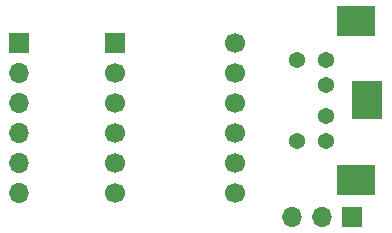
<source format=gts>
%TF.GenerationSoftware,KiCad,Pcbnew,9.0.1*%
%TF.CreationDate,2025-04-06T22:03:23+09:00*%
%TF.ProjectId,ps2_pmod_levelshifter,7073325f-706d-46f6-945f-6c6576656c73,rev?*%
%TF.SameCoordinates,Original*%
%TF.FileFunction,Soldermask,Top*%
%TF.FilePolarity,Negative*%
%FSLAX46Y46*%
G04 Gerber Fmt 4.6, Leading zero omitted, Abs format (unit mm)*
G04 Created by KiCad (PCBNEW 9.0.1) date 2025-04-06 22:03:23*
%MOMM*%
%LPD*%
G01*
G04 APERTURE LIST*
%ADD10C,1.371600*%
%ADD11R,3.200000X2.600000*%
%ADD12R,2.600000X3.200000*%
%ADD13R,1.700000X1.700000*%
%ADD14O,1.700000X1.700000*%
%ADD15C,1.700000*%
G04 APERTURE END LIST*
D10*
%TO.C,J1*%
X156012000Y-91470000D03*
X156012000Y-88870000D03*
X156012000Y-93570000D03*
X156012000Y-86770000D03*
X153512000Y-93570000D03*
X153512000Y-86770000D03*
D11*
X158512000Y-83420000D03*
D12*
X159512000Y-90170000D03*
D11*
X158512000Y-96920000D03*
%TD*%
D13*
%TO.C,J3*%
X158242000Y-100076000D03*
D14*
X155702000Y-100076000D03*
X153162000Y-100076000D03*
%TD*%
D13*
%TO.C,J2*%
X130048000Y-85344000D03*
D14*
X130048000Y-87884000D03*
X130048000Y-90424000D03*
X130048000Y-92964000D03*
X130048000Y-95504000D03*
X130048000Y-98044000D03*
%TD*%
D13*
%TO.C,U1*%
X138176000Y-85344000D03*
D15*
X138176000Y-87884000D03*
X138176000Y-90424000D03*
X138176000Y-92964000D03*
X138176000Y-95504000D03*
X138176000Y-98044000D03*
X148336000Y-85344000D03*
X148336000Y-87884000D03*
X148336000Y-90424000D03*
X148336000Y-92964000D03*
X148336000Y-95504000D03*
X148336000Y-98044000D03*
%TD*%
M02*

</source>
